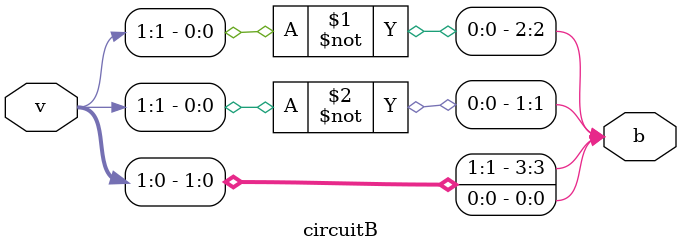
<source format=v>
module circuitB(v, b);
input [3:0] v;

output [3:0] b;

//boolean expression from truth table and K-map 
assign b[3] = v[1];
assign b[2] = ~v[1];
assign b[1] = ~v[1];
assign b[0] = v[0];

endmodule
</source>
